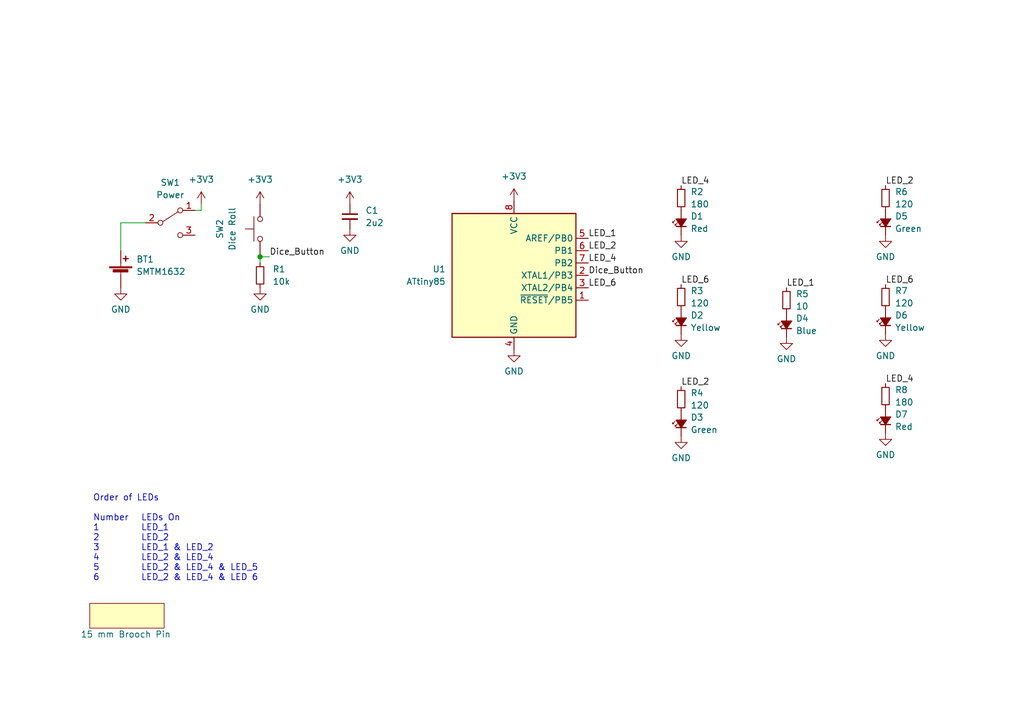
<source format=kicad_sch>
(kicad_sch (version 20211123) (generator eeschema)
  (paper "A5")
  (title_block (title "KiCad and Autorouter blog post") (date "2022-06-25"))
  (lib_symbols
    (symbol "Device:Battery_Cell" (pin_numbers hide) (pin_names (offset 0) hide)
      (property "Reference" "BT" (at 2.54 2.54 0))
      (property "Value" "Battery_Cell" (at 2.54 0 0))
      (symbol "Battery_Cell_0_1"
        (rectangle (start -2.286 1.778) (end 2.286 1.524) (fill (type outline)))
        (rectangle (start -1.5748 1.1938) (end 1.4732 0.6858) (fill (type outline)))
        (polyline (pts (xy 0 0.762) (xy 0 0)))
        (polyline (pts (xy 0 1.778) (xy 0 2.54)))
        (polyline (pts (xy 0.508 3.429) (xy 1.524 3.429)) (stroke (width 0.254)))
        (polyline (pts (xy 1.016 3.937) (xy 1.016 2.921)) (stroke (width 0.254)))
      )
      (symbol "Battery_Cell_1_1"
        (pin passive line (at 0 5.08 270) (length 2.54) (name "+") (number "1"))
        (pin passive line (at 0 -2.54 90) (length 2.54) (name "-") (number "2"))
      )
    )
    (symbol "Device:C_Small" (pin_numbers hide) (pin_names (offset 0.254) hide)
      (property "Reference" "C" (at 0.254 1.778 0))
      (property "Value" "C_Small" (at 0.254 -2.032 0))
      (symbol "C_Small_0_1"
        (polyline (pts (xy -1.524 -0.508) (xy 1.524 -0.508)) (stroke (width 0.3302)))
        (polyline (pts (xy -1.524 0.508) (xy 1.524 0.508)) (stroke (width 0.3048)))
      )
      (symbol "C_Small_1_1"
        (pin passive line (at 0 2.54 270) (length 2.032) (name "~") (number "1"))
        (pin passive line (at 0 -2.54 90) (length 2.032) (name "~") (number "2"))
      )
    )
    (symbol "Device:LED_Small_Filled" (pin_numbers hide) (pin_names (offset 0.254) hide)
      (property "Reference" "D" (at -1.27 3.175 0))
      (property "Value" "LED_Small_Filled" (at -4.445 -2.54 0))
      (symbol "LED_Small_Filled_0_1"
        (polyline (pts (xy -0.762 -1.016) (xy -0.762 1.016)) (stroke (width 0.254)))
        (polyline (pts (xy 1.016 0) (xy -0.762 0)))
        (polyline (pts (xy 0.762 -1.016) (xy -0.762 0) (xy 0.762 1.016) (xy 0.762 -1.016)) (stroke (width 0.254)) (fill (type outline)))
        (polyline (pts (xy 0 0.762) (xy -0.508 1.27) (xy -0.254 1.27) (xy -0.508 1.27) (xy -0.508 1.016)))
        (polyline (pts (xy 0.508 1.27) (xy 0 1.778) (xy 0.254 1.778) (xy 0 1.778) (xy 0 1.524)))
      )
      (symbol "LED_Small_Filled_1_1"
        (pin passive line (at -2.54 0 0) (length 1.778) (name "K") (number "1"))
        (pin passive line (at 2.54 0 180) (length 1.778) (name "A") (number "2"))
      )
    )
    (symbol "Device:R_Small" (pin_numbers hide) (pin_names (offset 0.254) hide)
      (property "Reference" "R" (at 0.762 0.508 0))
      (property "Value" "R_Small" (at 0.762 -1.016 0))
      (symbol "R_Small_0_1"
        (rectangle (start -0.762 1.778) (end 0.762 -1.778) (stroke (width 0.2032)))
      )
      (symbol "R_Small_1_1"
        (pin passive line (at 0 2.54 270) (length 0.762) (name "~") (number "1"))
        (pin passive line (at 0 -2.54 90) (length 0.762) (name "~") (number "2"))
      )
    )
    (symbol "MCU_Microchip_ATtiny:ATtiny85-20S"
      (property "Reference" "U" (at -12.7 13.97 0))
      (property "Value" "ATtiny85-20S" (at 2.54 -13.97 0))
      (symbol "ATtiny85-20S_0_1"
        (rectangle (start -12.7 -12.7) (end 12.7 12.7) (stroke (width 0.254)) (fill (type background)))
      )
      (symbol "ATtiny85-20S_1_1"
        (pin bidirectional line (at 15.24 -5.08 180) (length 2.54) (name "~{RESET}/PB5") (number "1"))
        (pin bidirectional line (at 15.24 0 180) (length 2.54) (name "XTAL1/PB3") (number "2"))
        (pin bidirectional line (at 15.24 -2.54 180) (length 2.54) (name "XTAL2/PB4") (number "3"))
        (pin power_in line (at 0 -15.24 90) (length 2.54) (name "GND") (number "4"))
        (pin bidirectional line (at 15.24 7.62 180) (length 2.54) (name "AREF/PB0") (number "5"))
        (pin bidirectional line (at 15.24 5.08 180) (length 2.54) (name "PB1") (number "6"))
        (pin bidirectional line (at 15.24 2.54 180) (length 2.54) (name "PB2") (number "7"))
        (pin power_in line (at 0 15.24 270) (length 2.54) (name "VCC") (number "8"))
      )
    )
    (symbol "Switch:SW_Push" (pin_numbers hide) (pin_names (offset 1.016) hide)
      (property "Reference" "SW" (at 1.27 2.54 0))
      (property "Value" "SW_Push" (at 0 -1.524 0))
      (symbol "SW_Push_0_1"
        (circle (center -2.032 0) (radius 0.508))
        (polyline (pts (xy 0 1.27) (xy 0 3.048)))
        (polyline (pts (xy 2.54 1.27) (xy -2.54 1.27)))
        (circle (center 2.032 0) (radius 0.508))
        (pin passive line (at -5.08 0 0) (length 2.54) (name "1") (number "1"))
        (pin passive line (at 5.08 0 180) (length 2.54) (name "2") (number "2"))
      )
    )
    (symbol "Switch:SW_SPDT" (pin_names (offset 0) hide)
      (property "Reference" "SW" (at 0 4.318 0))
      (property "Value" "SW_SPDT" (at 0 -5.08 0))
      (symbol "SW_SPDT_0_0"
        (circle (center -2.032 0) (radius 0.508))
        (circle (center 2.032 -2.54) (radius 0.508))
      )
      (symbol "SW_SPDT_0_1"
        (polyline (pts (xy -1.524 0.254) (xy 1.651 2.286)))
        (circle (center 2.032 2.54) (radius 0.508))
      )
      (symbol "SW_SPDT_1_1"
        (pin passive line (at 5.08 2.54 180) (length 2.54) (name "A") (number "1"))
        (pin passive line (at -5.08 0 0) (length 2.54) (name "B") (number "2"))
        (pin passive line (at 5.08 -2.54 180) (length 2.54) (name "C") (number "3"))
      )
    )
    (symbol "brooch pin:15_mm_Brooch_Pin"
      (property "Reference" "Pin" (at 0 5.08 0))
      (property "Value" "15_mm_Brooch_Pin" (at 0 -5.08 0))
      (symbol "15_mm_Brooch_Pin_0_1"
        (rectangle (start -7.62 2.54) (end 7.62 -2.54) (stroke (width 0.1524)) (fill (type background)))
      )
    )
    (symbol "power:+3V3" (power) (pin_names (offset 0))
      (property "Value" "+3V3" (at 0 3.556 0))
      (symbol "+3V3_0_1"
        (polyline (pts (xy -0.762 1.27) (xy 0 2.54)))
        (polyline (pts (xy 0 0) (xy 0 2.54)))
        (polyline (pts (xy 0 2.54) (xy 0.762 1.27)))
      )
      (symbol "+3V3_1_1"
        (pin power_in line (at 0 0 90) (length 0) hide (name "+3V3") (number "1"))
      )
    )
    (symbol "power:GND" (power) (pin_names (offset 0))
      (property "Value" "GND" (at 0 -3.81 0))
      (symbol "GND_0_1"
        (polyline (pts (xy 0 0) (xy 0 -1.27) (xy 1.27 -1.27) (xy 0 -2.54) (xy -1.27 -1.27) (xy 0 -1.27)))
      )
      (symbol "GND_1_1"
        (pin power_in line (at 0 0 270) (length 0) hide (name "GND") (number "1"))
      )
    )
  )
  (junction (at 53.34 52.705))
  (wire (pts (xy 24.765 45.72) (xy 29.845 45.72)))
  (wire (pts (xy 24.765 51.435) (xy 24.765 45.72)))
  (wire (pts (xy 53.34 52.07) (xy 53.34 52.705)))
  (wire (pts (xy 53.34 52.705) (xy 55.245 52.705)))
  (wire (pts (xy 40.005 43.18) (xy 41.275 43.18)))
  (wire (pts (xy 41.275 43.18) (xy 41.275 41.91)))
  (wire (pts (xy 53.34 52.705) (xy 53.34 53.975)))
  (text "Order of LEDs\n\nNumber	LEDs On\n1		LED_1\n2		LED_2\n3		LED_1 & LED_2\n4		LED_2 & LED_4\n5		LED_2 & LED_4 & LED_5\n6		LED_2 & LED_4 & LED 6" (at 19.05 119.38 0) (effects (font (size 1.27 1.27)) (justify left bottom)))
  (label "Dice_Button" (at 120.65 56.515 0))
  (label "LED_1" (at 161.29 59.055 0))
  (label "LED_1" (at 120.65 48.895 0))
  (label "LED_2" (at 181.61 38.1 0))
  (label "LED_6" (at 139.7 58.42 0))
  (label "LED_6" (at 181.61 58.42 0))
  (label "Dice_Button" (at 55.245 52.705 0))
  (label "LED_2" (at 139.7 79.375 0))
  (label "LED_6" (at 120.65 59.055 0))
  (label "LED_4" (at 120.65 53.975 0))
  (label "LED_4" (at 139.7 38.1 0))
  (label "LED_4" (at 181.61 78.74 0))
  (label "LED_2" (at 120.65 51.435 0))
  (symbol (lib_id "power:+3V3") (at 41.275 41.91 0) (unit 1)
    (property "Reference" "#PWR02" (effects hide))
    (property "Value" "+3V3" (at 41.275 36.83 0))
  )
  (symbol (lib_id "Device:LED_Small_Filled") (at 161.29 66.675 90) (unit 1)
    (property "Reference" "D4" (at 163.195 65.3414 90) (effects (justify right)))
    (property "Value" "Blue" (at 163.195 67.8814 90) (effects (justify right)))
    (property "Footprint" "Diode_SMD:D_0402_1005Metric_Pad0.77x0.64mm_HandSolder" (effects hide))
  )
  (symbol (lib_id "Device:Battery_Cell") (at 24.765 56.515 0) (unit 1)
    (property "Reference" "BT1" (at 27.94 53.2129 0) (effects (justify left)))
    (property "Value" "SMTM1632" (at 27.94 55.7529 0) (effects (justify left)))
    (property "Footprint" "SMTM1632:SMTM1632" (effects hide))
    (property "Datasheet" "https://www.mouser.co.uk/datasheet/2/346/SMTM1632-2488393.pdf" (effects hide))
    (property "Mouser Part Number" "614-SMTM1632" (effects hide))
    (property "Mouser Stock/" "https://www.mouser.co.uk/ProductDetail/Renata/SMTM1632?qs=aopNjFtpd%2FvxeJ7rSsRdhg%3D%3D" (effects hide))
  )
  (symbol (lib_id "power:GND") (at 139.7 89.535 0) (unit 1)
    (property "Reference" "#PWR011" (effects hide))
    (property "Value" "GND" (at 139.7 93.98 0))
  )
  (symbol (lib_id "Device:LED_Small_Filled") (at 139.7 66.04 90) (unit 1)
    (property "Reference" "D2" (at 141.605 64.7064 90) (effects (justify right)))
    (property "Value" "Yellow" (at 141.605 67.2464 90) (effects (justify right)))
    (property "Footprint" "Diode_SMD:D_1206_3216Metric_Pad1.42x1.75mm_HandSolder" (effects hide))
  )
  (symbol (lib_id "Device:LED_Small_Filled") (at 181.61 45.72 90) (unit 1)
    (property "Reference" "D5" (at 183.515 44.3864 90) (effects (justify right)))
    (property "Value" "Green" (at 183.515 46.9264 90) (effects (justify right)))
    (property "Footprint" "Diode_SMD:D_0603_1608Metric_Pad1.05x0.95mm_HandSolder" (effects hide))
  )
  (symbol (lib_id "brooch pin:15_mm_Brooch_Pin") (at 26.035 126.365 0) (unit 1)
    (property "Reference" "Pin1" (effects hide))
    (property "Value" "15 mm Brooch Pin" (at 16.51 130.175 0) (effects (justify left)))
    (property "Footprint" "brooch pin:15 mm Brooch Pin" (effects hide))
  )
  (symbol (lib_id "Device:R_Small") (at 139.7 81.915 0) (unit 1)
    (property "Reference" "R4" (at 141.605 80.6449 0) (effects (justify left)))
    (property "Value" "120" (at 141.605 83.1849 0) (effects (justify left)))
    (property "Footprint" "Resistor_SMD:R_0603_1608Metric_Pad0.98x0.95mm_HandSolder" (effects hide))
  )
  (symbol (lib_id "power:+3V3") (at 105.41 41.275 0) (unit 1)
    (property "Reference" "#PWR07" (effects hide))
    (property "Value" "+3V3" (at 105.41 36.195 0))
  )
  (symbol (lib_id "Device:R_Small") (at 181.61 81.28 0) (unit 1)
    (property "Reference" "R8" (at 183.515 80.0099 0) (effects (justify left)))
    (property "Value" "180" (at 183.515 82.5499 0) (effects (justify left)))
    (property "Footprint" "Resistor_SMD:R_0805_2012Metric_Pad1.20x1.40mm_HandSolder" (effects hide))
  )
  (symbol (lib_id "power:GND") (at 139.7 68.58 0) (unit 1)
    (property "Reference" "#PWR010" (effects hide))
    (property "Value" "GND" (at 139.7 73.025 0))
  )
  (symbol (lib_id "Device:C_Small") (at 71.755 44.45 0) (unit 1)
    (property "Reference" "C1" (at 74.93 43.1862 0) (effects (justify left)))
    (property "Value" "2u2" (at 74.93 45.7262 0) (effects (justify left)))
    (property "Footprint" "Capacitor_SMD:C_1206_3216Metric_Pad1.33x1.80mm_HandSolder" (effects hide))
  )
  (symbol (lib_id "power:GND") (at 105.41 71.755 0) (unit 1)
    (property "Reference" "#PWR08" (effects hide))
    (property "Value" "GND" (at 105.41 76.2 0))
  )
  (symbol (lib_id "Device:R_Small") (at 139.7 60.96 0) (unit 1)
    (property "Reference" "R3" (at 141.605 59.6899 0) (effects (justify left)))
    (property "Value" "120" (at 141.605 62.2299 0) (effects (justify left)))
    (property "Footprint" "Resistor_SMD:R_1206_3216Metric_Pad1.30x1.75mm_HandSolder" (effects hide))
  )
  (symbol (lib_id "Device:R_Small") (at 181.61 40.64 0) (unit 1)
    (property "Reference" "R6" (at 183.515 39.3699 0) (effects (justify left)))
    (property "Value" "120" (at 183.515 41.9099 0) (effects (justify left)))
    (property "Footprint" "Resistor_SMD:R_0603_1608Metric_Pad0.98x0.95mm_HandSolder" (effects hide))
  )
  (symbol (lib_id "power:GND") (at 24.765 59.055 0) (unit 1)
    (property "Reference" "#PWR01" (effects hide))
    (property "Value" "GND" (at 24.765 63.5 0))
  )
  (symbol (lib_id "Device:LED_Small_Filled") (at 181.61 86.36 90) (unit 1)
    (property "Reference" "D7" (at 183.515 85.0264 90) (effects (justify right)))
    (property "Value" "Red" (at 183.515 87.5664 90) (effects (justify right)))
    (property "Footprint" "Diode_SMD:D_0805_2012Metric_Pad1.15x1.40mm_HandSolder" (effects hide))
  )
  (symbol (lib_id "Device:LED_Small_Filled") (at 139.7 86.995 90) (unit 1)
    (property "Reference" "D3" (at 141.605 85.6614 90) (effects (justify right)))
    (property "Value" "Green" (at 141.605 88.2014 90) (effects (justify right)))
    (property "Footprint" "Diode_SMD:D_0603_1608Metric_Pad1.05x0.95mm_HandSolder" (effects hide))
  )
  (symbol (lib_id "Device:R_Small") (at 161.29 61.595 0) (unit 1)
    (property "Reference" "R5" (at 163.195 60.3249 0) (effects (justify left)))
    (property "Value" "10" (at 163.195 62.8649 0) (effects (justify left)))
    (property "Footprint" "Resistor_SMD:R_0402_1005Metric_Pad0.72x0.64mm_HandSolder" (effects hide))
  )
  (symbol (lib_id "Device:R_Small") (at 139.7 40.64 0) (unit 1)
    (property "Reference" "R2" (at 141.605 39.3699 0) (effects (justify left)))
    (property "Value" "180" (at 141.605 41.9099 0) (effects (justify left)))
    (property "Footprint" "Resistor_SMD:R_0805_2012Metric_Pad1.20x1.40mm_HandSolder" (effects hide))
  )
  (symbol (lib_id "power:GND") (at 161.29 69.215 0) (unit 1)
    (property "Reference" "#PWR012" (effects hide))
    (property "Value" "GND" (at 161.29 73.66 0))
  )
  (symbol (lib_id "power:+3V3") (at 53.34 41.91 0) (unit 1)
    (property "Reference" "#PWR03" (effects hide))
    (property "Value" "+3V3" (at 53.34 36.83 0))
  )
  (symbol (lib_id "power:GND") (at 181.61 88.9 0) (unit 1)
    (property "Reference" "#PWR015" (effects hide))
    (property "Value" "GND" (at 181.61 93.345 0))
  )
  (symbol (lib_id "power:GND") (at 181.61 48.26 0) (unit 1)
    (property "Reference" "#PWR013" (effects hide))
    (property "Value" "GND" (at 181.61 52.705 0))
  )
  (symbol (lib_id "Switch:SW_Push") (at 53.34 46.99 90) (unit 1)
    (property "Reference" "SW2" (at 45.085 46.99 0))
    (property "Value" "Dice Roll" (at 47.625 46.99 0))
    (property "Footprint" "Button_Switch_SMD:SW_Push_1P1T_NO_CK_KMR2" (effects hide))
  )
  (symbol (lib_id "Device:R_Small") (at 181.61 60.96 0) (unit 1)
    (property "Reference" "R7" (at 183.515 59.6899 0) (effects (justify left)))
    (property "Value" "120" (at 183.515 62.2299 0) (effects (justify left)))
    (property "Footprint" "Resistor_SMD:R_1206_3216Metric_Pad1.30x1.75mm_HandSolder" (effects hide))
  )
  (symbol (lib_id "power:GND") (at 71.755 46.99 0) (unit 1)
    (property "Reference" "#PWR06" (effects hide))
    (property "Value" "GND" (at 71.755 51.435 0))
  )
  (symbol (lib_id "Device:LED_Small_Filled") (at 139.7 45.72 90) (unit 1)
    (property "Reference" "D1" (at 141.605 44.3864 90) (effects (justify right)))
    (property "Value" "Red" (at 141.605 46.9264 90) (effects (justify right)))
    (property "Footprint" "Diode_SMD:D_0805_2012Metric" (effects hide))
  )
  (symbol (lib_id "MCU_Microchip_ATtiny:ATtiny85-20S") (at 105.41 56.515 0) (unit 1)
    (property "Reference" "U1" (at 91.44 55.2449 0) (effects (justify right)))
    (property "Value" "ATtiny85" (at 91.44 57.7849 0) (effects (justify right)))
    (property "Footprint" "Package_SO:SOIC-8W_5.3x5.3mm_P1.27mm" (effects hide))
    (property "Datasheet" "http://ww1.microchip.com/downloads/en/DeviceDoc/atmel-2586-avr-8-bit-microcontroller-attiny25-attiny45-attiny85_datasheet.pdf" (effects hide))
  )
  (symbol (lib_id "power:GND") (at 181.61 68.58 0) (unit 1)
    (property "Reference" "#PWR014" (effects hide))
    (property "Value" "GND" (at 181.61 73.025 0))
  )
  (symbol (lib_id "Device:LED_Small_Filled") (at 181.61 66.04 90) (unit 1)
    (property "Reference" "D6" (at 183.515 64.7064 90) (effects (justify right)))
    (property "Value" "Yellow" (at 183.515 67.2464 90) (effects (justify right)))
    (property "Footprint" "Diode_SMD:D_1206_3216Metric_Pad1.42x1.75mm_HandSolder" (effects hide))
  )
  (symbol (lib_id "power:+3V3") (at 71.755 41.91 0) (unit 1)
    (property "Reference" "#PWR05" (effects hide))
    (property "Value" "+3V3" (at 71.755 36.83 0))
  )
  (symbol (lib_id "Switch:SW_SPDT") (at 34.925 45.72 0) (unit 1)
    (property "Reference" "SW1" (at 34.925 37.465 0))
    (property "Value" "Power" (at 34.925 40.005 0))
    (property "Footprint" "Button_Switch_SMD:SW_SPDT_PCM12" (effects hide))
  )
  (symbol (lib_id "power:GND") (at 139.7 48.26 0) (unit 1)
    (property "Reference" "#PWR09" (effects hide))
    (property "Value" "GND" (at 139.7 52.705 0))
  )
  (symbol (lib_id "power:GND") (at 53.34 59.055 0) (unit 1)
    (property "Reference" "#PWR04" (effects hide))
    (property "Value" "GND" (at 53.34 63.5 0))
  )
  (symbol (lib_id "Device:R_Small") (at 53.34 56.515 0) (unit 1)
    (property "Reference" "R1" (at 55.88 55.2449 0) (effects (justify left)))
    (property "Value" "10k" (at 55.88 57.7849 0) (effects (justify left)))
    (property "Footprint" "Resistor_SMD:R_1206_3216Metric_Pad1.30x1.75mm_HandSolder" (effects hide))
  )
)
</source>
